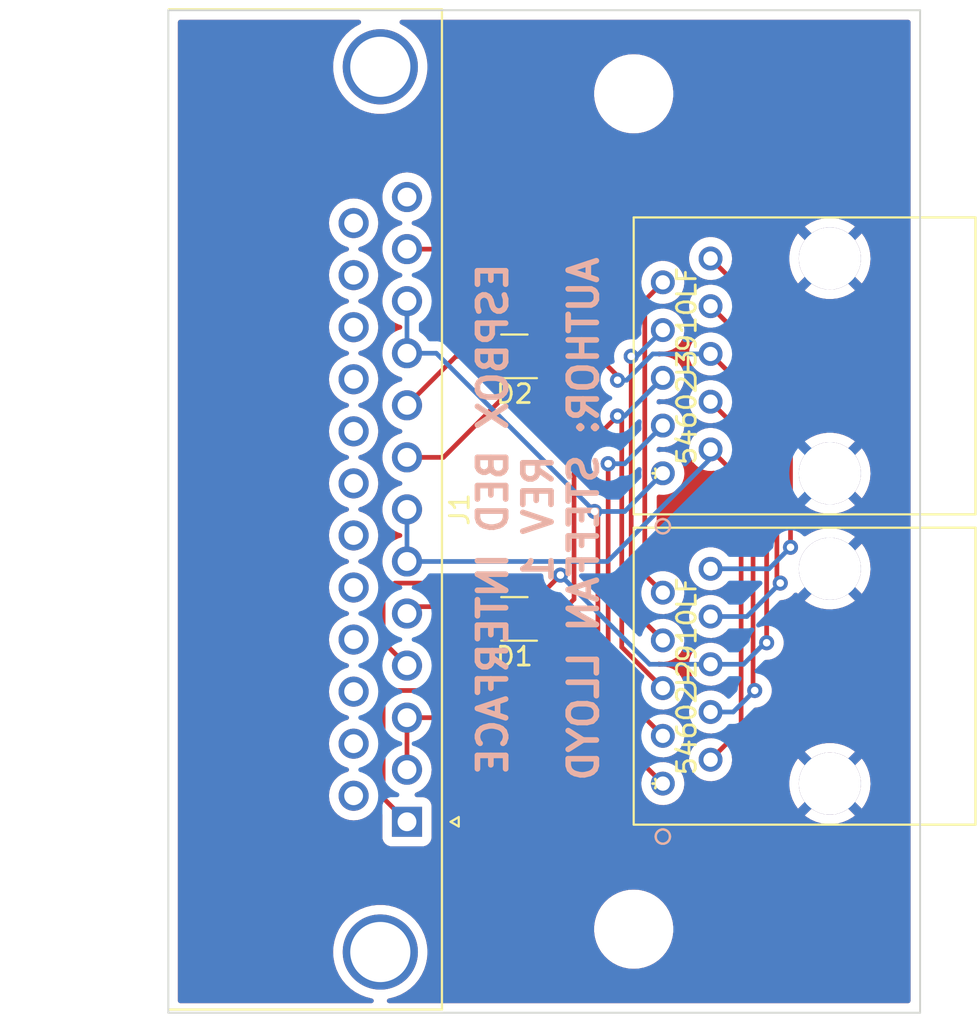
<source format=kicad_pcb>
(kicad_pcb (version 20211014) (generator pcbnew)
  (layers (0 "F.Cu" signal) (31 "B.Cu" signal) (34 "B.Paste" user) (35 "F.Paste" user) (36 "B.SilkS" user "B.Silkscreen") (37 "F.SilkS" user "F.Silkscreen") (38 "B.Mask" user) (39 "F.Mask" user) (44 "Edge.Cuts" user))
  (net 0 "")
  (net 1 "/P5")
  (net 2 "Net-(J1-Pad4)")
  (net 3 "/P6")
  (net 4 "Net-(J1-Pad5)")
  (net 5 "Net-(J1-Pad1)")
  (net 6 "Net-(J1-Pad8)")
  (net 7 "Net-(J1-Pad12)")
  (net 8 "Net-(J1-Pad9)")
  (net 9 "/P1")
  (net 10 "/P2")
  (net 11 "/P3")
  (net 12 "/P4")
  (net 13 "/P7")
  (net 14 "/P8")
  (net 15 "/P9")
  (net 16 "/P10")
  (net 17 "GND")
  (footprint "Connector_Dsub:DSUB-25_Female_Horizontal_P2.77x2.84mm_EdgePinOffset9.90mm_Housed_MountingHolesOffset11.32mm" (layer "F.Cu") (at 65.405 121.92 -90)
    (fp_text reference "J1" (at -16.62 -2.8 90) (layer "F.SilkS"))
    (fp_text value "DB25_Male")
    (fp_line (start 0 -2.321325) (end -0.25 -2.754338) (layer "F.SilkS") (width 0.12))
    (fp_line (start 9.99 -1.86) (end 9.99 12.68) (layer "F.SilkS") (width 0.12))
    (fp_line (start -43.23 -1.86) (end 9.99 -1.86) (layer "F.SilkS") (width 0.12))
    (fp_line (start -43.23 12.68) (end -43.23 -1.86) (layer "F.SilkS") (width 0.12))
    (fp_line (start -0.25 -2.754338) (end 0.25 -2.754338) (layer "F.SilkS") (width 0.12))
    (fp_line (start 0.25 -2.754338) (end 0 -2.321325) (layer "F.SilkS") (width 0.12))
    (pad "0" thru_hole circle (at -40.17 1.42 270) (size 4 4) (drill 3.2) (layers *.Cu *.Mask))
    (pad "0" thru_hole circle (at 6.93 1.42 270) (size 4 4) (drill 3.2) (layers *.Cu *.Mask))
    (pad "1" thru_hole rect (at 0 0 270) (size 1.6 1.6) (drill 1) (layers *.Cu *.Mask) (net 5 "Net-(J1-Pad1)"))
    (pad "2" thru_hole circle (at -2.77 0 270) (size 1.6 1.6) (drill 1) (layers *.Cu *.Mask) (net 9 "/P1"))
    (pad "3" thru_hole circle (at -5.54 0 270) (size 1.6 1.6) (drill 1) (layers *.Cu *.Mask) (net 9 "/P1"))
    (pad "4" thru_hole circle (at -8.31 0 270) (size 1.6 1.6) (drill 1) (layers *.Cu *.Mask) (net 2 "Net-(J1-Pad4)"))
    (pad "5" thru_hole circle (at -11.08 0 270) (size 1.6 1.6) (drill 1) (layers *.Cu *.Mask) (net 4 "Net-(J1-Pad5)"))
    (pad "6" thru_hole circle (at -13.85 0 270) (size 1.6 1.6) (drill 1) (layers *.Cu *.Mask) (net 10 "/P2"))
    (pad "7" thru_hole circle (at -16.62 0 270) (size 1.6 1.6) (drill 1) (layers *.Cu *.Mask) (net 10 "/P2"))
    (pad "8" thru_hole circle (at -19.39 0 270) (size 1.6 1.6) (drill 1) (layers *.Cu *.Mask) (net 6 "Net-(J1-Pad8)"))
    (pad "9" thru_hole circle (at -22.16 0 270) (size 1.6 1.6) (drill 1) (layers *.Cu *.Mask) (net 8 "Net-(J1-Pad9)"))
    (pad "10" thru_hole circle (at -24.93 0 270) (size 1.6 1.6) (drill 1) (layers *.Cu *.Mask) (net 9 "/P1"))
    (pad "11" thru_hole circle (at -27.7 0 270) (size 1.6 1.6) (drill 1) (layers *.Cu *.Mask) (net 9 "/P1"))
    (pad "12" thru_hole circle (at -30.47 0 270) (size 1.6 1.6) (drill 1) (layers *.Cu *.Mask) (net 7 "Net-(J1-Pad12)"))
    (pad "13" thru_hole circle (at -33.24 0 270) (size 1.6 1.6) (drill 1) (layers *.Cu *.Mask))
    (pad "14" thru_hole circle (at -1.385 2.84 270) (size 1.6 1.6) (drill 1) (layers *.Cu *.Mask))
    (pad "15" thru_hole circle (at -4.155 2.84 270) (size 1.6 1.6) (drill 1) (layers *.Cu *.Mask))
    (pad "16" thru_hole circle (at -6.925 2.84 270) (size 1.6 1.6) (drill 1) (layers *.Cu *.Mask))
    (pad "17" thru_hole circle (at -9.695 2.84 270) (size 1.6 1.6) (drill 1) (layers *.Cu *.Mask))
    (pad "18" thru_hole circle (at -12.465 2.84 270) (size 1.6 1.6) (drill 1) (layers *.Cu *.Mask))
    (pad "19" thru_hole circle (at -15.235 2.84 270) (size 1.6 1.6) (drill 1) (layers *.Cu *.Mask))
    (pad "20" thru_hole circle (at -18.005 2.84 270) (size 1.6 1.6) (drill 1) (layers *.Cu *.Mask))
    (pad "21" thru_hole circle (at -20.775 2.84 270) (size 1.6 1.6) (drill 1) (layers *.Cu *.Mask))
    (pad "22" thru_hole circle (at -23.545 2.84 270) (size 1.6 1.6) (drill 1) (layers *.Cu *.Mask))
    (pad "23" thru_hole circle (at -26.315 2.84 270) (size 1.6 1.6) (drill 1) (layers *.Cu *.Mask))
    (pad "24" thru_hole circle (at -29.085 2.84 270) (size 1.6 1.6) (drill 1) (layers *.Cu *.Mask))
    (pad "25" thru_hole circle (at -31.855 2.84 270) (size 1.6 1.6) (drill 1) (layers *.Cu *.Mask))
  )
  (footprint "RJ50:54602-910LF" (layer "F.Cu") (at 79.0192 119.888 90)
    (fp_text reference "J2" (at 5.715 1.27 90) (layer "F.SilkS"))
    (fp_text value "54602-910LF" (at 5.715 1.27 90) (layer "F.SilkS"))
    (fp_text user "*" (at 0 0 90) (layer "F.SilkS"))
    (fp_circle (center -2.8194 0) (end -2.4384 0) (layer "B.SilkS") (width 0.12) (fill none))
    (fp_line (start 13.6144 16.637) (end 13.6144 -1.5494) (layer "F.SilkS") (width 0.12))
    (fp_line (start -2.1844 16.637) (end 13.6144 16.637) (layer "F.SilkS") (width 0.12))
    (fp_line (start 13.6144 -1.5494) (end -2.1844 -1.5494) (layer "F.SilkS") (width 0.12))
    (fp_line (start -2.1844 -1.5494) (end -2.1844 16.637) (layer "F.SilkS") (width 0.12))
    (fp_circle (center -2.8194 0) (end -2.4384 0) (layer "F.SilkS") (width 0.12) (fill none))
    (pad "1" thru_hole circle locked (at 0 0 90) (size 1.27 1.27) (drill 0.762) (layers *.Cu *.Mask) (net 9 "/P1"))
    (pad "2" thru_hole circle locked (at 1.27 2.54 90) (size 1.27 1.27) (drill 0.762) (layers *.Cu *.Mask) (net 10 "/P2"))
    (pad "3" thru_hole circle locked (at 2.54 0 90) (size 1.27 1.27) (drill 0.762) (layers *.Cu *.Mask) (net 11 "/P3"))
    (pad "4" thru_hole circle locked (at 3.81 2.54 90) (size 1.27 1.27) (drill 0.762) (layers *.Cu *.Mask) (net 12 "/P4"))
    (pad "5" thru_hole circle locked (at 5.08 0 90) (size 1.27 1.27) (drill 0.762) (layers *.Cu *.Mask) (net 1 "/P5"))
    (pad "6" thru_hole circle locked (at 6.35 2.54 90) (size 1.27 1.27) (drill 0.762) (layers *.Cu *.Mask) (net 3 "/P6"))
    (pad "7" thru_hole circle locked (at 7.62 0 90) (size 1.27 1.27) (drill 0.762) (layers *.Cu *.Mask) (net 13 "/P7"))
    (pad "8" thru_hole circle locked (at 8.89 2.54 90) (size 1.27 1.27) (drill 0.762) (layers *.Cu *.Mask) (net 14 "/P8"))
    (pad "9" thru_hole circle locked (at 10.16 0 90) (size 1.27 1.27) (drill 0.762) (layers *.Cu *.Mask) (net 15 "/P9"))
    (pad "10" thru_hole circle locked (at 11.43 2.54 90) (size 1.27 1.27) (drill 0.762) (layers *.Cu *.Mask) (net 16 "/P10"))
    (pad "11" thru_hole circle locked (at 0 8.89 180) (size 3.302 3.302) (drill 3.302) (layers *.Cu *.Mask) (net 17 "GND"))
    (pad "12" thru_hole circle locked (at 11.43 8.89 180) (size 3.302 3.302) (drill 3.302) (layers *.Cu *.Mask) (net 17 "GND"))
  )
  (footprint "Package_TO_SOT_SMD:SOT-363_SC-70-6" (layer "F.Cu") (at 71.12 111.125 180)
    (fp_text reference "D1" (at 0 -2) (layer "F.SilkS"))
    (fp_text value "MMBD4448HTW")
    (fp_line (start 0.7 -1.16) (end -1.2 -1.16) (layer "F.SilkS") (width 0.12))
    (fp_line (start -0.7 1.16) (end 0.7 1.16) (layer "F.SilkS") (width 0.12))
    (pad "1" smd rect (at -0.95 -0.65 180) (size 0.65 0.4) (layers "F.Cu" "F.Paste" "F.Mask") (net 1 "/P5"))
    (pad "2" smd rect (at -0.95 0 180) (size 0.65 0.4) (layers "F.Cu" "F.Paste" "F.Mask") (net 2 "Net-(J1-Pad4)"))
    (pad "3" smd rect (at -0.95 0.65 180) (size 0.65 0.4) (layers "F.Cu" "F.Paste" "F.Mask") (net 3 "/P6"))
    (pad "4" smd rect (at 0.95 0.65 180) (size 0.65 0.4) (layers "F.Cu" "F.Paste" "F.Mask") (net 4 "Net-(J1-Pad5)"))
    (pad "5" smd rect (at 0.95 0 180) (size 0.65 0.4) (layers "F.Cu" "F.Paste" "F.Mask") (net 1 "/P5"))
    (pad "6" smd rect (at 0.95 -0.65 180) (size 0.65 0.4) (layers "F.Cu" "F.Paste" "F.Mask") (net 5 "Net-(J1-Pad1)"))
  )
  (footprint "Package_TO_SOT_SMD:SOT-363_SC-70-6" (layer "F.Cu") (at 71.12 97.155 180)
    (fp_text reference "D2" (at 0 -2) (layer "F.SilkS"))
    (fp_text value "MMBD4448HTW")
    (fp_line (start -0.7 1.16) (end 0.7 1.16) (layer "F.SilkS") (width 0.12))
    (fp_line (start 0.7 -1.16) (end -1.2 -1.16) (layer "F.SilkS") (width 0.12))
    (pad "1" smd rect (at -0.95 -0.65 180) (size 0.65 0.4) (layers "F.Cu" "F.Paste" "F.Mask") (net 6 "Net-(J1-Pad8)"))
    (pad "2" smd rect (at -0.95 0 180) (size 0.65 0.4) (layers "F.Cu" "F.Paste" "F.Mask") (net 3 "/P6"))
    (pad "3" smd rect (at -0.95 0.65 180) (size 0.65 0.4) (layers "F.Cu" "F.Paste" "F.Mask") (net 7 "Net-(J1-Pad12)"))
    (pad "4" smd rect (at 0.95 0.65 180) (size 0.65 0.4) (layers "F.Cu" "F.Paste" "F.Mask") (net 3 "/P6"))
    (pad "5" smd rect (at 0.95 0 180) (size 0.65 0.4) (layers "F.Cu" "F.Paste" "F.Mask") (net 8 "Net-(J1-Pad9)"))
    (pad "6" smd rect (at 0.95 -0.65 180) (size 0.65 0.4) (layers "F.Cu" "F.Paste" "F.Mask") (net 3 "/P6"))
  )
  (footprint "MountingHole:MountingHole_3.2mm_M3" (layer "F.Cu") (at 77.47 127.635)
    (fp_text reference "REF**" hide)
    (fp_text value "MountingHole_3.2mm_M3")
    (pad "" np_thru_hole circle (at 0 0) (size 3.2 3.2) (drill 3.2) (layers *.Cu *.Mask))
  )
  (footprint "RJ50:54602-910LF" (layer "F.Cu") (at 79.0192 103.378 90)
    (fp_text reference "J3" (at 5.715 1.27 90) (layer "F.SilkS"))
    (fp_text value "54602-910LF" (at 5.715 1.27 90) (layer "F.SilkS"))
    (fp_text user "*" (at 0 0 90) (layer "F.SilkS"))
    (fp_circle (center -2.8194 0) (end -2.4384 0) (layer "B.SilkS") (width 0.12) (fill none))
    (fp_line (start -2.1844 -1.5494) (end -2.1844 16.637) (layer "F.SilkS") (width 0.12))
    (fp_line (start 13.6144 -1.5494) (end -2.1844 -1.5494) (layer "F.SilkS") (width 0.12))
    (fp_line (start 13.6144 16.637) (end 13.6144 -1.5494) (layer "F.SilkS") (width 0.12))
    (fp_line (start -2.1844 16.637) (end 13.6144 16.637) (layer "F.SilkS") (width 0.12))
    (fp_circle (center -2.8194 0) (end -2.4384 0) (layer "F.SilkS") (width 0.12) (fill none))
    (pad "1" thru_hole circle locked (at 0 0 90) (size 1.27 1.27) (drill 0.762) (layers *.Cu *.Mask) (net 9 "/P1"))
    (pad "2" thru_hole circle locked (at 1.27 2.54 90) (size 1.27 1.27) (drill 0.762) (layers *.Cu *.Mask) (net 10 "/P2"))
    (pad "3" thru_hole circle locked (at 2.54 0 90) (size 1.27 1.27) (drill 0.762) (layers *.Cu *.Mask) (net 11 "/P3"))
    (pad "4" thru_hole circle locked (at 3.81 2.54 90) (size 1.27 1.27) (drill 0.762) (layers *.Cu *.Mask) (net 12 "/P4"))
    (pad "5" thru_hole circle locked (at 5.08 0 90) (size 1.27 1.27) (drill 0.762) (layers *.Cu *.Mask) (net 1 "/P5"))
    (pad "6" thru_hole circle locked (at 6.35 2.54 90) (size 1.27 1.27) (drill 0.762) (layers *.Cu *.Mask) (net 3 "/P6"))
    (pad "7" thru_hole circle locked (at 7.62 0 90) (size 1.27 1.27) (drill 0.762) (layers *.Cu *.Mask) (net 13 "/P7"))
    (pad "8" thru_hole circle locked (at 8.89 2.54 90) (size 1.27 1.27) (drill 0.762) (layers *.Cu *.Mask) (net 14 "/P8"))
    (pad "9" thru_hole circle locked (at 10.16 0 90) (size 1.27 1.27) (drill 0.762) (layers *.Cu *.Mask) (net 15 "/P9"))
    (pad "10" thru_hole circle locked (at 11.43 2.54 90) (size 1.27 1.27) (drill 0.762) (layers *.Cu *.Mask) (net 16 "/P10"))
    (pad "11" thru_hole circle locked (at 0 8.89 180) (size 3.302 3.302) (drill 3.302) (layers *.Cu *.Mask) (net 17 "GND"))
    (pad "12" thru_hole circle locked (at 11.43 8.89 180) (size 3.302 3.302) (drill 3.302) (layers *.Cu *.Mask) (net 17 "GND"))
  )
  (footprint "MountingHole:MountingHole_3.2mm_M3" (layer "F.Cu") (at 77.47 83.185)
    (fp_text reference "REF**" hide)
    (fp_text value "MountingHole_3.2mm_M3")
    (pad "" np_thru_hole circle (at 0 0) (size 3.2 3.2) (drill 3.2) (layers *.Cu *.Mask))
  )
  (gr_line (start 92.71 132.08) (end 52.705 132.08) (layer "Edge.Cuts") (width 0.1))
  (gr_line (start 92.71 78.74) (end 92.71 132.08) (layer "Edge.Cuts") (width 0.1))
  (gr_line (start 52.705 78.74) (end 92.71 78.74) (layer "Edge.Cuts") (width 0.1))
  (gr_line (start 52.705 132.08) (end 52.705 78.74) (layer "Edge.Cuts") (width 0.1))
  (gr_text "ESPBOX BED INTERFACE\nREV 1\nAUTHOR: STEFFAN LLOYD" (at 72.39 105.8164 90) (layer "B.SilkS") (effects (font (size 1.5 1.5) (thickness 0.3)) (justify mirror)))
  (segment (start 79.0192 114.808) (end 76.835 112.6238) (width 0.25) (layer "F.Cu") (net 1))
  (segment (start 72.07 111.775) (end 72.595 111.775) (width 0.25) (layer "F.Cu") (net 1))
  (segment (start 74.295 102.6452) (end 76.6102 100.33) (width 0.25) (layer "F.Cu") (net 1))
  (segment (start 70.17 111.125) (end 70.745 111.125) (width 0.25) (layer "F.Cu") (net 1))
  (segment (start 76.835 112.6238) (end 76.835 100.33) (width 0.25) (layer "F.Cu") (net 1))
  (segment (start 74.295 110.075) (end 74.295 102.6452) (width 0.25) (layer "F.Cu") (net 1))
  (segment (start 72.595 111.775) (end 74.295 110.075) (width 0.25) (layer "F.Cu") (net 1))
  (segment (start 70.745 111.125) (end 71.395 111.775) (width 0.25) (layer "F.Cu") (net 1))
  (segment (start 71.395 111.775) (end 72.07 111.775) (width 0.25) (layer "F.Cu") (net 1))
  (segment (start 76.835 100.33) (end 76.6102 100.33) (width 0.25) (layer "F.Cu") (net 1))
  (via (at 76.6102 100.33) (size 0.8) (drill 0.4) (layers "F.Cu" "B.Cu") (net 1))
  (segment (start 76.9872 100.33) (end 79.0192 98.298) (width 0.25) (layer "B.Cu") (net 1))
  (segment (start 76.6102 100.33) (end 76.9872 100.33) (width 0.25) (layer "B.Cu") (net 1))
  (segment (start 64.77 109.22) (end 64.135 109.855) (width 0.25) (layer "F.Cu") (net 2))
  (segment (start 72.07 111.125) (end 71.495 111.125) (width 0.25) (layer "F.Cu") (net 2))
  (segment (start 70.485 109.22) (end 64.77 109.22) (width 0.25) (layer "F.Cu") (net 2))
  (segment (start 64.135 112.34) (end 65.405 113.61) (width 0.25) (layer "F.Cu") (net 2))
  (segment (start 64.135 109.855) (end 64.135 112.34) (width 0.25) (layer "F.Cu") (net 2))
  (segment (start 71.12 110.75) (end 71.12 109.855) (width 0.25) (layer "F.Cu") (net 2))
  (segment (start 71.12 109.855) (end 70.485 109.22) (width 0.25) (layer "F.Cu") (net 2))
  (segment (start 71.495 111.125) (end 71.12 110.75) (width 0.25) (layer "F.Cu") (net 2))
  (segment (start 71.12 96.88) (end 71.12 97.155) (width 0.25) (layer "F.Cu") (net 3))
  (segment (start 72.07 110.295) (end 73.5705 108.7945) (width 0.25) (layer "F.Cu") (net 3))
  (segment (start 72.07 110.475) (end 72.07 110.295) (width 0.25) (layer "F.Cu") (net 3))
  (segment (start 76.6102 98.425) (end 76.6102 98.2002) (width 0.25) (layer "F.Cu") (net 3))
  (segment (start 70.17 96.505) (end 70.745 96.505) (width 0.25) (layer "F.Cu") (net 3))
  (segment (start 70.745 96.505) (end 71.12 96.88) (width 0.25) (layer "F.Cu") (net 3))
  (segment (start 70.745 97.805) (end 71.12 97.43) (width 0.25) (layer "F.Cu") (net 3))
  (segment (start 71.12 97.43) (end 71.12 97.155) (width 0.25) (layer "F.Cu") (net 3))
  (segment (start 76.6102 98.2002) (end 75.565 97.155) (width 0.25) (layer "F.Cu") (net 3))
  (segment (start 81.5592 97.028) (end 84.5445 100.0133) (width 0.25) (layer "F.Cu") (net 3))
  (segment (start 84.5445 100.0133) (end 84.5445 112.395) (width 0.25) (layer "F.Cu") (net 3))
  (segment (start 71.12 97.155) (end 72.07 97.155) (width 0.25) (layer "F.Cu") (net 3))
  (segment (start 75.565 97.155) (end 72.07 97.155) (width 0.25) (layer "F.Cu") (net 3))
  (segment (start 70.17 97.805) (end 70.745 97.805) (width 0.25) (layer "F.Cu") (net 3))
  (via (at 73.5705 108.7945) (size 0.8) (drill 0.4) (layers "F.Cu" "B.Cu") (net 3))
  (via (at 76.6102 98.425) (size 0.8) (drill 0.4) (layers "F.Cu" "B.Cu") (net 3))
  (via (at 84.5445 112.395) (size 0.8) (drill 0.4) (layers "F.Cu" "B.Cu") (net 3))
  (segment (start 77.090005 98.425) (end 76.6102 98.425) (width 0.25) (layer "B.Cu") (net 3))
  (segment (start 78.314 113.538) (end 81.5592 113.538) (width 0.25) (layer "B.Cu") (net 3))
  (segment (start 84.5445 112.395) (end 84.455 112.395) (width 0.25) (layer "B.Cu") (net 3))
  (segment (start 81.5592 97.028) (end 78.487005 97.028) (width 0.25) (layer "B.Cu") (net 3))
  (segment (start 83.312 113.538) (end 81.5592 113.538) (width 0.25) (layer "B.Cu") (net 3))
  (segment (start 73.5705 108.7945) (end 78.314 113.538) (width 0.25) (layer "B.Cu") (net 3))
  (segment (start 84.455 112.395) (end 83.312 113.538) (width 0.25) (layer "B.Cu") (net 3))
  (segment (start 78.487005 97.028) (end 77.090005 98.425) (width 0.25) (layer "B.Cu") (net 3))
  (segment (start 65.405 110.84) (end 65.77 110.475) (width 0.25) (layer "F.Cu") (net 4))
  (segment (start 65.77 110.475) (end 70.17 110.475) (width 0.25) (layer "F.Cu") (net 4))
  (segment (start 70.17 111.775) (end 70.17 112.71) (width 0.25) (layer "F.Cu") (net 5))
  (segment (start 64.135 115.57) (end 64.135 120.65) (width 0.25) (layer "F.Cu") (net 5))
  (segment (start 70.17 112.71) (end 67.945 114.935) (width 0.25) (layer "F.Cu") (net 5))
  (segment (start 64.77 114.935) (end 64.135 115.57) (width 0.25) (layer "F.Cu") (net 5))
  (segment (start 64.135 120.65) (end 65.405 121.92) (width 0.25) (layer "F.Cu") (net 5))
  (segment (start 67.945 114.935) (end 64.77 114.935) (width 0.25) (layer "F.Cu") (net 5))
  (segment (start 72.07 97.805) (end 67.345 102.53) (width 0.25) (layer "F.Cu") (net 6))
  (segment (start 67.345 102.53) (end 65.405 102.53) (width 0.25) (layer "F.Cu") (net 6))
  (segment (start 72.07 95.98) (end 72.07 96.505) (width 0.25) (layer "F.Cu") (net 7))
  (segment (start 67.54 91.45) (end 72.07 95.98) (width 0.25) (layer "F.Cu") (net 7))
  (segment (start 65.405 91.45) (end 67.54 91.45) (width 0.25) (layer "F.Cu") (net 7))
  (segment (start 70.17 97.155) (end 68.01 97.155) (width 0.25) (layer "F.Cu") (net 8))
  (segment (start 68.01 97.155) (end 65.405 99.76) (width 0.25) (layer "F.Cu") (net 8))
  (segment (start 75.5112 116.38) (end 75.565 116.4338) (width 0.25) (layer "F.Cu") (net 9))
  (segment (start 65.405 119.15) (end 65.405 116.38) (width 0.25) (layer "F.Cu") (net 9))
  (segment (start 65.405 116.38) (end 75.5112 116.38) (width 0.25) (layer "F.Cu") (net 9))
  (segment (start 75.565 105.41) (end 75.386 105.41) (width 0.25) (layer "F.Cu") (net 9))
  (segment (start 79.0192 119.888) (end 75.565 116.4338) (width 0.25) (layer "F.Cu") (net 9))
  (segment (start 75.565 116.4338) (end 75.565 105.41) (width 0.25) (layer "F.Cu") (net 9))
  (via (at 75.386 105.41) (size 0.8) (drill 0.4) (layers "F.Cu" "B.Cu") (net 9))
  (segment (start 66.966 96.99) (end 65.405 96.99) (width 0.25) (layer "B.Cu") (net 9))
  (segment (start 75.386 105.41) (end 66.966 96.99) (width 0.25) (layer "B.Cu") (net 9))
  (segment (start 76.9872 105.41) (end 79.0192 103.378) (width 0.25) (layer "B.Cu") (net 9))
  (segment (start 75.386 105.41) (end 76.9872 105.41) (width 0.25) (layer "B.Cu") (net 9))
  (segment (start 65.405 94.22) (end 65.405 96.99) (width 0.25) (layer "B.Cu") (net 9))
  (segment (start 83.185 103.7338) (end 83.185 116.9922) (width 0.25) (layer "F.Cu") (net 10))
  (segment (start 81.5592 102.108) (end 83.185 103.7338) (width 0.25) (layer "F.Cu") (net 10))
  (segment (start 83.185 116.9922) (end 81.5592 118.618) (width 0.25) (layer "F.Cu") (net 10))
  (segment (start 76.08 108.07) (end 65.405 108.07) (width 0.25) (layer "B.Cu") (net 10))
  (segment (start 81.5592 102.5908) (end 76.08 108.07) (width 0.25) (layer "B.Cu") (net 10))
  (segment (start 65.405 105.3) (end 65.405 108.07) (width 0.25) (layer "B.Cu") (net 10))
  (segment (start 81.5592 102.108) (end 81.5592 102.5908) (width 0.25) (layer "B.Cu") (net 10))
  (segment (start 76.1105 114.4393) (end 76.1105 102.87) (width 0.25) (layer "F.Cu") (net 11))
  (segment (start 79.0192 117.348) (end 76.1105 114.4393) (width 0.25) (layer "F.Cu") (net 11))
  (via (at 76.1105 102.87) (size 0.8) (drill 0.4) (layers "F.Cu" "B.Cu") (net 11))
  (via (at 76.1105 102.87) (size 0.8) (drill 0.4) (layers "F.Cu" "B.Cu") (net 11))
  (segment (start 76.9872 102.87) (end 79.0192 100.838) (width 0.25) (layer "B.Cu") (net 11))
  (segment (start 76.1105 102.87) (end 76.9872 102.87) (width 0.25) (layer "B.Cu") (net 11))
  (segment (start 83.82 101.8288) (end 81.5592 99.568) (width 0.25) (layer "F.Cu") (net 12))
  (segment (start 83.9095 114.935) (end 83.82 114.8455) (width 0.25) (layer "F.Cu") (net 12))
  (segment (start 83.82 114.8455) (end 83.82 101.8288) (width 0.25) (layer "F.Cu") (net 12))
  (via (at 83.9095 114.935) (size 0.8) (drill 0.4) (layers "F.Cu" "B.Cu") (net 12))
  (segment (start 83.9095 114.935) (end 82.7665 116.078) (width 0.25) (layer "B.Cu") (net 12))
  (segment (start 82.7665 116.078) (end 81.5592 116.078) (width 0.25) (layer "B.Cu") (net 12))
  (segment (start 79.0192 112.268) (end 77.3347 110.5835) (width 0.25) (layer "F.Cu") (net 13))
  (segment (start 77.3347 110.5835) (end 77.3347 97.155) (width 0.25) (layer "F.Cu") (net 13))
  (via (at 77.3347 97.155) (size 0.8) (drill 0.4) (layers "F.Cu" "B.Cu") (net 13))
  (segment (start 77.3347 97.155) (end 77.6222 97.155) (width 0.25) (layer "B.Cu") (net 13))
  (segment (start 77.6222 97.155) (end 79.0192 95.758) (width 0.25) (layer "B.Cu") (net 13))
  (segment (start 85.09 98.0188) (end 85.09 109.22) (width 0.25) (layer "F.Cu") (net 14))
  (segment (start 81.5592 94.488) (end 85.09 98.0188) (width 0.25) (layer "F.Cu") (net 14))
  (segment (start 85.09 109.22) (end 85.269 109.22) (width 0.25) (layer "F.Cu") (net 14))
  (via (at 85.269 109.22) (size 0.8) (drill 0.4) (layers "F.Cu" "B.Cu") (net 14))
  (segment (start 83.491 110.998) (end 81.5592 110.998) (width 0.25) (layer "B.Cu") (net 14))
  (segment (start 85.269 109.22) (end 83.491 110.998) (width 0.25) (layer "B.Cu") (net 14))
  (segment (start 78.0592 108.768) (end 79.0192 109.728) (width 0.25) (layer "F.Cu") (net 15))
  (segment (start 79.0192 93.218) (end 78.0592 94.178) (width 0.25) (layer "F.Cu") (net 15))
  (segment (start 78.0592 94.178) (end 78.0592 108.768) (width 0.25) (layer "F.Cu") (net 15))
  (segment (start 85.8145 96.2033) (end 85.8145 107.315) (width 0.25) (layer "F.Cu") (net 16))
  (segment (start 81.5592 91.948) (end 85.8145 96.2033) (width 0.25) (layer "F.Cu") (net 16))
  (via (at 85.8145 107.315) (size 0.8) (drill 0.4) (layers "F.Cu" "B.Cu") (net 16))
  (segment (start 84.6715 108.458) (end 81.5592 108.458) (width 0.25) (layer "B.Cu") (net 16))
  (segment (start 85.8145 107.315) (end 84.6715 108.458) (width 0.25) (layer "B.Cu") (net 16))
  (zone (net 17) (net_name "GND") (layer "F.Cu") (connect_pads (clearance 0.508)) (min_thickness 0.254) (fill yes (thermal_gap 0.508) (thermal_bridge_width 0.508))
    (polygon (pts (xy 92.71 132.08) (xy 52.705 132.08) (xy 52.705 78.74) (xy 92.71 78.74)))
  )
  (zone (net 17) (net_name "GND") (layer "B.Cu") (connect_pads (clearance 0.508)) (min_thickness 0.254) (fill yes (thermal_gap 0.508) (thermal_bridge_width 0.508))
    (polygon (pts (xy 92.71 132.08) (xy 52.705 132.08) (xy 52.705 78.74) (xy 92.71 78.74)))
  )
)
</source>
